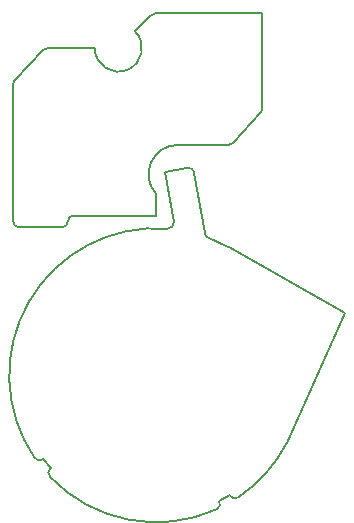
<source format=gm1>
%TF.GenerationSoftware,KiCad,Pcbnew,(5.1.10)-1*%
%TF.CreationDate,2021-06-21T12:52:34-07:00*%
%TF.ProjectId,tactileAGB,74616374-696c-4654-9147-422e6b696361,1.0*%
%TF.SameCoordinates,Original*%
%TF.FileFunction,Profile,NP*%
%FSLAX46Y46*%
G04 Gerber Fmt 4.6, Leading zero omitted, Abs format (unit mm)*
G04 Created by KiCad (PCBNEW (5.1.10)-1) date 2021-06-21 12:52:34*
%MOMM*%
%LPD*%
G01*
G04 APERTURE LIST*
%TA.AperFunction,Profile*%
%ADD10C,0.200000*%
%TD*%
G04 APERTURE END LIST*
D10*
X63297205Y-28655596D02*
G75*
G02*
X63652715Y-28504691I355510J-343312D01*
G01*
X81837844Y-33591187D02*
G75*
G02*
X81709416Y-33925752I-500000J1D01*
G01*
X60722398Y-31517552D02*
G75*
G02*
X60862592Y-31170364I500000J0D01*
G01*
X79367459Y-36526758D02*
G75*
G02*
X78995887Y-36692193I-371572J334565D01*
G01*
X61222398Y-43680000D02*
G75*
G02*
X60722398Y-43180000I0J500000D01*
G01*
X60722398Y-43180000D02*
X60722398Y-31517552D01*
X78995887Y-36692193D02*
X74692230Y-36700000D01*
X63652715Y-28504691D02*
X67638954Y-28504691D01*
X60862592Y-31170364D02*
X63297205Y-28655596D01*
X81830000Y-25555523D02*
X81837844Y-33591186D01*
X81709416Y-33925752D02*
X79367459Y-36526759D01*
X78182495Y-66863858D02*
X79057142Y-66379098D01*
X63274576Y-63307286D02*
X63903562Y-64084704D01*
X71053168Y-27090477D02*
G75*
G02*
X67638954Y-28504691I-1414214J-1414214D01*
G01*
X72841604Y-40875792D02*
G75*
G02*
X74692230Y-36700000I1850626J1677816D01*
G01*
X78182495Y-66863858D02*
G75*
G02*
X77950108Y-67562310I-437323J-242381D01*
G01*
X74323985Y-43207499D02*
G75*
G02*
X73793286Y-43791194I-492698J-85141D01*
G01*
X77950108Y-67562310D02*
G75*
G02*
X63857025Y-64819329I-5103101J11356635D01*
G01*
X75489835Y-38642498D02*
G75*
G02*
X76067674Y-39050055I85141J-492698D01*
G01*
X79772592Y-66552225D02*
G75*
G02*
X79057142Y-66379098I-278126J415508D01*
G01*
X63857026Y-64819327D02*
G75*
G02*
X63903562Y-64084704I361028J345915D01*
G01*
X77270102Y-44567331D02*
G75*
G02*
X76955031Y-44185088I177626J467384D01*
G01*
X83875148Y-61984507D02*
G75*
G02*
X79772591Y-66552225I-11028141J5778832D01*
G01*
X73591810Y-38970485D02*
X74323985Y-43207499D01*
X76067674Y-39050055D02*
X76955031Y-44185088D01*
X73591810Y-38970485D02*
X75489836Y-38642498D01*
X88805618Y-50959479D02*
X79002898Y-45383485D01*
X72840104Y-42685783D02*
X65859204Y-42685783D01*
X72840104Y-42685783D02*
X72840104Y-40877152D01*
X88805618Y-50959479D02*
X83875149Y-61984507D01*
X77270102Y-44567332D02*
G75*
G02*
X79002898Y-45383485I-4423095J-11638343D01*
G01*
X72441676Y-25701970D02*
G75*
G02*
X72795229Y-25555523I353553J-353553D01*
G01*
X62546423Y-63199440D02*
G75*
G02*
X73793286Y-43791194I10300584J6993765D01*
G01*
X63274576Y-63307287D02*
G75*
G02*
X62546422Y-63199441I-314492J388709D01*
G01*
X65359204Y-43185783D02*
G75*
G02*
X65859204Y-42685783I500000J0D01*
G01*
X65359204Y-43185783D02*
G75*
G02*
X64859204Y-43685783I-500000J0D01*
G01*
X81830000Y-25555523D02*
X72795229Y-25555523D01*
X64859204Y-43685783D02*
X61222398Y-43680000D01*
X72441675Y-25701970D02*
X71053167Y-27090478D01*
M02*

</source>
